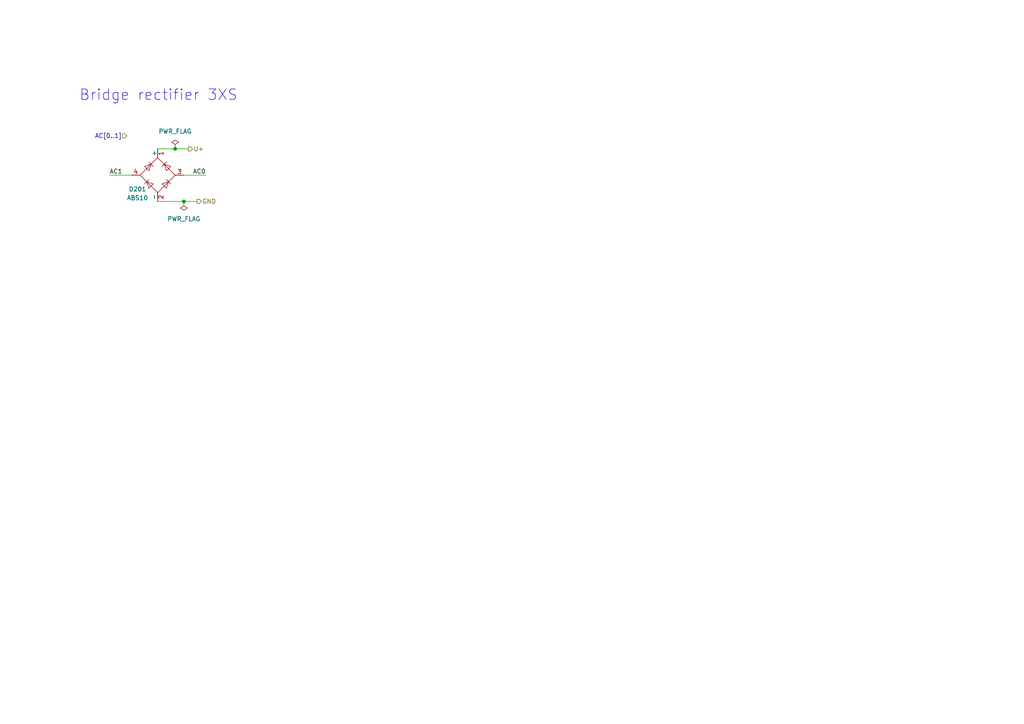
<source format=kicad_sch>
(kicad_sch
	(version 20231120)
	(generator "eeschema")
	(generator_version "8.0")
	(uuid "0ed6639a-cde6-4452-b9e1-77c370bade86")
	(paper "A4")
	(title_block
		(title "xDuinoRail - LocDecoder - Development Kit")
		(date "2024-10-09")
		(rev "v0.2")
		(company "Chatelain Engineering, Bern - CH")
	)
	(lib_symbols
		(symbol "Diode_Bridge:ABS10"
			(pin_names
				(offset 0)
			)
			(exclude_from_sim no)
			(in_bom yes)
			(on_board yes)
			(property "Reference" "D"
				(at 2.54 6.985 0)
				(effects
					(font
						(size 1.27 1.27)
					)
					(justify left)
				)
			)
			(property "Value" "ABS10"
				(at 2.54 5.08 0)
				(effects
					(font
						(size 1.27 1.27)
					)
					(justify left)
				)
			)
			(property "Footprint" "Diode_SMD:Diode_Bridge_Diotec_ABS"
				(at 3.81 3.175 0)
				(effects
					(font
						(size 1.27 1.27)
					)
					(justify left)
					(hide yes)
				)
			)
			(property "Datasheet" "https://diotec.com/tl_files/diotec/files/pdf/datasheets/abs2.pdf"
				(at 0 0 0)
				(effects
					(font
						(size 1.27 1.27)
					)
					(hide yes)
				)
			)
			(property "Description" "Miniature Glass Passivated Single-Phase Surface Mount Bridge Rectifiers, 700V Vrms, 0.8A If, ABS SMD package"
				(at 0 0 0)
				(effects
					(font
						(size 1.27 1.27)
					)
					(hide yes)
				)
			)
			(property "ki_keywords" "rectifier acdc"
				(at 0 0 0)
				(effects
					(font
						(size 1.27 1.27)
					)
					(hide yes)
				)
			)
			(property "ki_fp_filters" "Diode*Bridge*Diotec*ABS*"
				(at 0 0 0)
				(effects
					(font
						(size 1.27 1.27)
					)
					(hide yes)
				)
			)
			(symbol "ABS10_0_1"
				(polyline
					(pts
						(xy -2.54 3.81) (xy -1.27 2.54)
					)
					(stroke
						(width 0)
						(type default)
					)
					(fill
						(type none)
					)
				)
				(polyline
					(pts
						(xy -1.27 -2.54) (xy -2.54 -3.81)
					)
					(stroke
						(width 0)
						(type default)
					)
					(fill
						(type none)
					)
				)
				(polyline
					(pts
						(xy 2.54 -1.27) (xy 3.81 -2.54)
					)
					(stroke
						(width 0)
						(type default)
					)
					(fill
						(type none)
					)
				)
				(polyline
					(pts
						(xy 2.54 1.27) (xy 3.81 2.54)
					)
					(stroke
						(width 0)
						(type default)
					)
					(fill
						(type none)
					)
				)
				(polyline
					(pts
						(xy -3.81 2.54) (xy -2.54 1.27) (xy -1.905 3.175) (xy -3.81 2.54)
					)
					(stroke
						(width 0)
						(type default)
					)
					(fill
						(type none)
					)
				)
				(polyline
					(pts
						(xy -2.54 -1.27) (xy -3.81 -2.54) (xy -1.905 -3.175) (xy -2.54 -1.27)
					)
					(stroke
						(width 0)
						(type default)
					)
					(fill
						(type none)
					)
				)
				(polyline
					(pts
						(xy 1.27 2.54) (xy 2.54 3.81) (xy 3.175 1.905) (xy 1.27 2.54)
					)
					(stroke
						(width 0)
						(type default)
					)
					(fill
						(type none)
					)
				)
				(polyline
					(pts
						(xy 3.175 -1.905) (xy 1.27 -2.54) (xy 2.54 -3.81) (xy 3.175 -1.905)
					)
					(stroke
						(width 0)
						(type default)
					)
					(fill
						(type none)
					)
				)
				(polyline
					(pts
						(xy -5.08 0) (xy 0 -5.08) (xy 5.08 0) (xy 0 5.08) (xy -5.08 0)
					)
					(stroke
						(width 0)
						(type default)
					)
					(fill
						(type none)
					)
				)
			)
			(symbol "ABS10_1_1"
				(pin passive line
					(at 7.62 0 180)
					(length 2.54)
					(name "+"
						(effects
							(font
								(size 1.27 1.27)
							)
						)
					)
					(number "1"
						(effects
							(font
								(size 1.27 1.27)
							)
						)
					)
				)
				(pin passive line
					(at -7.62 0 0)
					(length 2.54)
					(name "-"
						(effects
							(font
								(size 1.27 1.27)
							)
						)
					)
					(number "2"
						(effects
							(font
								(size 1.27 1.27)
							)
						)
					)
				)
				(pin passive line
					(at 0 -7.62 90)
					(length 2.54)
					(name "~"
						(effects
							(font
								(size 1.27 1.27)
							)
						)
					)
					(number "3"
						(effects
							(font
								(size 1.27 1.27)
							)
						)
					)
				)
				(pin passive line
					(at 0 7.62 270)
					(length 2.54)
					(name "~"
						(effects
							(font
								(size 1.27 1.27)
							)
						)
					)
					(number "4"
						(effects
							(font
								(size 1.27 1.27)
							)
						)
					)
				)
			)
		)
		(symbol "power:PWR_FLAG"
			(power)
			(pin_numbers hide)
			(pin_names
				(offset 0) hide)
			(exclude_from_sim no)
			(in_bom yes)
			(on_board yes)
			(property "Reference" "#FLG"
				(at 0 1.905 0)
				(effects
					(font
						(size 1.27 1.27)
					)
					(hide yes)
				)
			)
			(property "Value" "PWR_FLAG"
				(at 0 3.81 0)
				(effects
					(font
						(size 1.27 1.27)
					)
				)
			)
			(property "Footprint" ""
				(at 0 0 0)
				(effects
					(font
						(size 1.27 1.27)
					)
					(hide yes)
				)
			)
			(property "Datasheet" "~"
				(at 0 0 0)
				(effects
					(font
						(size 1.27 1.27)
					)
					(hide yes)
				)
			)
			(property "Description" "Special symbol for telling ERC where power comes from"
				(at 0 0 0)
				(effects
					(font
						(size 1.27 1.27)
					)
					(hide yes)
				)
			)
			(property "ki_keywords" "flag power"
				(at 0 0 0)
				(effects
					(font
						(size 1.27 1.27)
					)
					(hide yes)
				)
			)
			(symbol "PWR_FLAG_0_0"
				(pin power_out line
					(at 0 0 90)
					(length 0)
					(name "~"
						(effects
							(font
								(size 1.27 1.27)
							)
						)
					)
					(number "1"
						(effects
							(font
								(size 1.27 1.27)
							)
						)
					)
				)
			)
			(symbol "PWR_FLAG_0_1"
				(polyline
					(pts
						(xy 0 0) (xy 0 1.27) (xy -1.016 1.905) (xy 0 2.54) (xy 1.016 1.905) (xy 0 1.27)
					)
					(stroke
						(width 0)
						(type default)
					)
					(fill
						(type none)
					)
				)
			)
		)
	)
	(junction
		(at 50.8 43.18)
		(diameter 0)
		(color 0 0 0 0)
		(uuid "5cad682c-58a4-411d-8d67-b868eb90a580")
	)
	(junction
		(at 53.34 58.42)
		(diameter 0)
		(color 0 0 0 0)
		(uuid "b4d76cd5-0aca-4261-be38-901bcdbdab01")
	)
	(wire
		(pts
			(xy 45.72 58.42) (xy 53.34 58.42)
		)
		(stroke
			(width 0)
			(type default)
		)
		(uuid "3d774c0d-0a57-45a6-9bde-a0c85cd9e50e")
	)
	(wire
		(pts
			(xy 50.8 43.18) (xy 54.61 43.18)
		)
		(stroke
			(width 0)
			(type default)
		)
		(uuid "8dd88794-75ef-4df9-85f2-3876321fa11c")
	)
	(wire
		(pts
			(xy 45.72 43.18) (xy 50.8 43.18)
		)
		(stroke
			(width 0)
			(type default)
		)
		(uuid "a425be6c-b439-4301-a3f4-63f67ea5d57a")
	)
	(wire
		(pts
			(xy 59.69 50.8) (xy 53.34 50.8)
		)
		(stroke
			(width 0)
			(type default)
		)
		(uuid "a9dfabb4-76a5-4dc6-9ce5-b94ca29b7808")
	)
	(wire
		(pts
			(xy 31.75 50.8) (xy 38.1 50.8)
		)
		(stroke
			(width 0)
			(type default)
		)
		(uuid "cf3846ce-54eb-4d7c-92b0-a28324db333c")
	)
	(wire
		(pts
			(xy 53.34 58.42) (xy 57.15 58.42)
		)
		(stroke
			(width 0)
			(type default)
		)
		(uuid "d3c586a2-cfe1-45f6-8228-3f57d335f827")
	)
	(text "Bridge rectifier 3XS"
		(exclude_from_sim no)
		(at 45.974 27.686 0)
		(effects
			(font
				(size 3.048 3.048)
			)
		)
		(uuid "6d1ebaf5-01c3-43ec-9c17-527d93ec89f1")
	)
	(label "AC1"
		(at 31.75 50.8 0)
		(effects
			(font
				(size 1.27 1.27)
			)
			(justify left bottom)
		)
		(uuid "89c6352a-9639-4e5b-b626-be5864b94dee")
	)
	(label "AC0"
		(at 59.69 50.8 180)
		(effects
			(font
				(size 1.27 1.27)
			)
			(justify right bottom)
		)
		(uuid "c12d886b-4a84-4b39-a852-59367423a57a")
	)
	(hierarchical_label "GND"
		(shape output)
		(at 57.15 58.42 0)
		(effects
			(font
				(size 1.27 1.27)
			)
			(justify left)
		)
		(uuid "235b77b8-2114-4d12-9372-41ef0218a388")
	)
	(hierarchical_label "U+"
		(shape output)
		(at 54.61 43.18 0)
		(effects
			(font
				(size 1.27 1.27)
			)
			(justify left)
		)
		(uuid "88e6a422-7f6a-470d-b0d0-76b6661b3299")
	)
	(hierarchical_label "AC[0..1]"
		(shape input)
		(at 36.83 39.37 180)
		(effects
			(font
				(size 1.27 1.27)
			)
			(justify right)
		)
		(uuid "c3765a6a-3596-4f08-afb8-14af94f4346c")
	)
	(symbol
		(lib_id "power:PWR_FLAG")
		(at 53.34 58.42 180)
		(unit 1)
		(exclude_from_sim no)
		(in_bom yes)
		(on_board yes)
		(dnp no)
		(uuid "3cd0ff92-75bf-4bf0-a9e5-f0d1884aa61d")
		(property "Reference" "#FLG0202"
			(at 53.34 60.325 0)
			(effects
				(font
					(size 1.27 1.27)
				)
				(hide yes)
			)
		)
		(property "Value" "PWR_FLAG"
			(at 53.34 63.5 0)
			(effects
				(font
					(size 1.27 1.27)
				)
			)
		)
		(property "Footprint" ""
			(at 53.34 58.42 0)
			(effects
				(font
					(size 1.27 1.27)
				)
				(hide yes)
			)
		)
		(property "Datasheet" "~"
			(at 53.34 58.42 0)
			(effects
				(font
					(size 1.27 1.27)
				)
				(hide yes)
			)
		)
		(property "Description" "Special symbol for telling ERC where power comes from"
			(at 53.34 58.42 0)
			(effects
				(font
					(size 1.27 1.27)
				)
				(hide yes)
			)
		)
		(pin "1"
			(uuid "ff4c481b-70ad-4d2b-8930-a2759cb538a8")
		)
		(instances
			(project "rails_power_ac-dc-bridge-medium-3xs-test"
				(path "/0ed6639a-cde6-4452-b9e1-77c370bade86/04c1fa75-0851-4642-9d24-0bac3655f763"
					(reference "#FLG0202")
					(unit 1)
				)
			)
			(project "rails_power_ac-dc-bridge-medium-3xs-test"
				(path "/fb33ec4e-6596-45d2-a121-8d3475acd69a/7f2dffda-86dd-4aa5-9dde-ab2b4c52db38"
					(reference "#FLG102")
					(unit 1)
				)
			)
		)
	)
	(symbol
		(lib_id "power:PWR_FLAG")
		(at 50.8 43.18 0)
		(unit 1)
		(exclude_from_sim no)
		(in_bom yes)
		(on_board yes)
		(dnp no)
		(fields_autoplaced yes)
		(uuid "ee88191a-2805-4002-854a-cd7a6b31af3d")
		(property "Reference" "#FLG0201"
			(at 50.8 41.275 0)
			(effects
				(font
					(size 1.27 1.27)
				)
				(hide yes)
			)
		)
		(property "Value" "PWR_FLAG"
			(at 50.8 38.1 0)
			(effects
				(font
					(size 1.27 1.27)
				)
			)
		)
		(property "Footprint" ""
			(at 50.8 43.18 0)
			(effects
				(font
					(size 1.27 1.27)
				)
				(hide yes)
			)
		)
		(property "Datasheet" "~"
			(at 50.8 43.18 0)
			(effects
				(font
					(size 1.27 1.27)
				)
				(hide yes)
			)
		)
		(property "Description" "Special symbol for telling ERC where power comes from"
			(at 50.8 43.18 0)
			(effects
				(font
					(size 1.27 1.27)
				)
				(hide yes)
			)
		)
		(pin "1"
			(uuid "628816e2-6edf-4c85-8cd1-54e972363533")
		)
		(instances
			(project "rails_power_ac-dc-bridge-medium-3xs-test"
				(path "/0ed6639a-cde6-4452-b9e1-77c370bade86/04c1fa75-0851-4642-9d24-0bac3655f763"
					(reference "#FLG0201")
					(unit 1)
				)
			)
			(project "rails_power_ac-dc-bridge-medium-3xs-test"
				(path "/fb33ec4e-6596-45d2-a121-8d3475acd69a/7f2dffda-86dd-4aa5-9dde-ab2b4c52db38"
					(reference "#FLG101")
					(unit 1)
				)
			)
		)
	)
	(symbol
		(lib_id "Diode_Bridge:ABS10")
		(at 45.72 50.8 90)
		(unit 1)
		(exclude_from_sim no)
		(in_bom yes)
		(on_board yes)
		(dnp no)
		(uuid "f0c5cadd-4d23-4c76-bc26-ad3618e919d1")
		(property "Reference" "D201"
			(at 39.878 54.864 90)
			(effects
				(font
					(size 1.27 1.27)
				)
			)
		)
		(property "Value" "ABS10"
			(at 39.878 57.404 90)
			(effects
				(font
					(size 1.27 1.27)
				)
			)
		)
		(property "Footprint" "Diode_SMD:Diode_Bridge_Diotec_ABS"
			(at 42.545 46.99 0)
			(effects
				(font
					(size 1.27 1.27)
				)
				(justify left)
				(hide yes)
			)
		)
		(property "Datasheet" "https://diotec.com/tl_files/diotec/files/pdf/datasheets/abs2.pdf"
			(at 45.72 50.8 0)
			(effects
				(font
					(size 1.27 1.27)
				)
				(hide yes)
			)
		)
		(property "Description" "Miniature Glass Passivated Single-Phase Surface Mount Bridge Rectifiers, 700V Vrms, 0.8A If, ABS SMD package"
			(at 45.72 50.8 0)
			(effects
				(font
					(size 1.27 1.27)
				)
				(hide yes)
			)
		)
		(property "OLI_ID" "ABS10_ABS"
			(at 45.72 50.8 0)
			(effects
				(font
					(size 1.27 1.27)
				)
				(hide yes)
			)
		)
		(pin "3"
			(uuid "48415315-f19d-4812-b164-b9d17d82bfb7")
		)
		(pin "1"
			(uuid "41ab0d70-e37d-4370-9c8f-a047ecdace02")
		)
		(pin "2"
			(uuid "fbc4692d-13ad-46ff-b0de-ef7a8ac49865")
		)
		(pin "4"
			(uuid "a8231b30-6178-4b72-8069-c72f3634170c")
		)
		(instances
			(project "rails_power_ac-dc-bridge-medium-3xs-test"
				(path "/0ed6639a-cde6-4452-b9e1-77c370bade86/04c1fa75-0851-4642-9d24-0bac3655f763"
					(reference "D201")
					(unit 1)
				)
			)
			(project "rails_power_ac-dc-bridge-medium-3xs-test"
				(path "/fb33ec4e-6596-45d2-a121-8d3475acd69a/7f2dffda-86dd-4aa5-9dde-ab2b4c52db38"
					(reference "D101")
					(unit 1)
				)
			)
		)
	)
)

</source>
